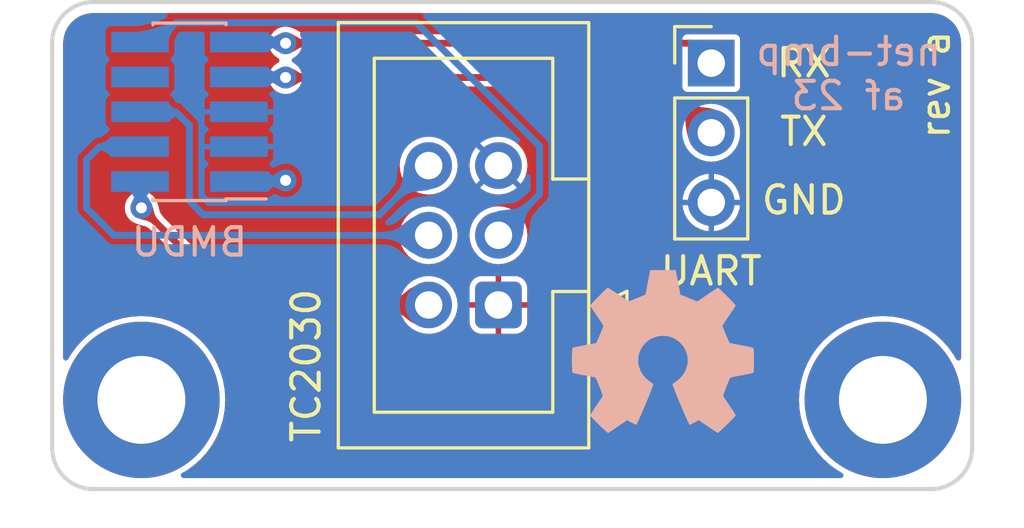
<source format=kicad_pcb>
(kicad_pcb (version 20221018) (generator pcbnew)
  (title_block (title "net-bmp TC2030 adapter") (date "2023-11-01") (rev "a") (company "elagil"))
  (layers (0 "F.Cu" signal) (31 "B.Cu" signal) (34 "B.Paste" user) (35 "F.Paste" user) (36 "B.SilkS" user "B.Silkscreen") (37 "F.SilkS" user "F.Silkscreen") (38 "B.Mask" user) (39 "F.Mask" user) (44 "Edge.Cuts" user))
  (net 0 "")
  (net 1 "/xRST")
  (net 2 "GND")
  (net 3 "/xTCK")
  (net 4 "/xTDO")
  (net 5 "VREF")
  (net 6 "/xTMS")
  (net 7 "/xTXD")
  (net 8 "/xTDI")
  (net 9 "/xRXD")
  (footprint "MountingHole:MountingHole_3.2mm_M3_ISO7380_Pad" (layer "F.Cu") (at 128.75 116)
    (fp_text reference "H2" hide)
    (fp_text value "MountingHole")
    (pad "1" thru_hole circle (at 0 0) (size 5.7 5.7) (drill 3.2) (layers "*.Cu" "*.Mask"))
  )
  (footprint "MountingHole:MountingHole_3.2mm_M3_ISO7380_Pad" (layer "F.Cu") (at 101.75 116)
    (fp_text reference "H1" hide)
    (fp_text value "MountingHole")
    (pad "1" thru_hole circle (at 0 0) (size 5.7 5.7) (drill 3.2) (layers "*.Cu" "*.Mask"))
  )
  (footprint "Connector_IDC:IDC-Header_2x03_P2.54mm_Vertical" (layer "F.Cu") (at 114.75 112.54 180)
    (fp_text reference "J1" hide)
    (fp_text value "TC2030" (at 7 -2.21 90) (layer "F.SilkS" knockout))
    (fp_line (start -4.68 -0.5) (end -4.68 0.5) (stroke (width 0.12)) (layer "F.SilkS"))
    (fp_line (start -4.68 0.5) (end -3.68 0) (stroke (width 0.12)) (layer "F.SilkS"))
    (fp_line (start -3.68 0) (end -4.68 -0.5) (stroke (width 0.12)) (layer "F.SilkS"))
    (fp_line (start -3.29 -5.21) (end 5.83 -5.21) (stroke (width 0.12)) (layer "F.SilkS"))
    (fp_line (start -3.29 0.49) (end -1.98 0.49) (stroke (width 0.12)) (layer "F.SilkS"))
    (fp_line (start -3.29 10.29) (end -3.29 -5.21) (stroke (width 0.12)) (layer "F.SilkS"))
    (fp_line (start -1.98 -3.91) (end 4.52 -3.91) (stroke (width 0.12)) (layer "F.SilkS"))
    (fp_line (start -1.98 0.49) (end -1.98 -3.91) (stroke (width 0.12)) (layer "F.SilkS"))
    (fp_line (start -1.98 4.59) (end -3.29 4.59) (stroke (width 0.12)) (layer "F.SilkS"))
    (fp_line (start -1.98 4.59) (end -1.98 4.59) (stroke (width 0.12)) (layer "F.SilkS"))
    (fp_line (start -1.98 8.99) (end -1.98 4.59) (stroke (width 0.12)) (layer "F.SilkS"))
    (fp_line (start 4.52 -3.91) (end 4.52 8.99) (stroke (width 0.12)) (layer "F.SilkS"))
    (fp_line (start 4.52 8.99) (end -1.98 8.99) (stroke (width 0.12)) (layer "F.SilkS"))
    (fp_line (start 5.83 -5.21) (end 5.83 10.29) (stroke (width 0.12)) (layer "F.SilkS"))
    (fp_line (start 5.83 10.29) (end -3.29 10.29) (stroke (width 0.12)) (layer "F.SilkS"))
    (pad "1" thru_hole roundrect (at 0 0 180) (size 1.7 1.7) (drill 1) (layers "*.Cu" "*.Mask") (roundrect_rratio 0.1470588235) (net 5 "VREF"))
    (pad "2" thru_hole circle (at 2.54 0 180) (size 1.7 1.7) (drill 1) (layers "*.Cu" "*.Mask") (net 6 "/xTMS"))
    (pad "3" thru_hole circle (at 0 2.54 180) (size 1.7 1.7) (drill 1) (layers "*.Cu" "*.Mask") (net 1 "/xRST"))
    (pad "4" thru_hole circle (at 2.54 2.54 180) (size 1.7 1.7) (drill 1) (layers "*.Cu" "*.Mask") (net 3 "/xTCK"))
    (pad "5" thru_hole circle (at 0 5.08 180) (size 1.7 1.7) (drill 1) (layers "*.Cu" "*.Mask") (net 2 "GND"))
    (pad "6" thru_hole circle (at 2.54 5.08 180) (size 1.7 1.7) (drill 1) (layers "*.Cu" "*.Mask") (net 4 "/xTDO"))
  )
  (footprint "Connector_PinHeader_2.54mm:PinHeader_1x03_P2.54mm_Vertical" (layer "F.Cu") (at 122.5 103.725)
    (fp_text reference "J2" hide)
    (fp_text value "UART" (at 0 7.58 180) (layer "F.SilkS" knockout))
    (fp_line (start -1.33 -1.33) (end 0 -1.33) (stroke (width 0.12)) (layer "F.SilkS"))
    (fp_line (start -1.33 0) (end -1.33 -1.33) (stroke (width 0.12)) (layer "F.SilkS"))
    (fp_line (start -1.33 1.27) (end -1.33 6.41) (stroke (width 0.12)) (layer "F.SilkS"))
    (fp_line (start -1.33 1.27) (end 1.33 1.27) (stroke (width 0.12)) (layer "F.SilkS"))
    (fp_line (start -1.33 6.41) (end 1.33 6.41) (stroke (width 0.12)) (layer "F.SilkS"))
    (fp_line (start 1.33 1.27) (end 1.33 6.41) (stroke (width 0.12)) (layer "F.SilkS"))
    (pad "1" thru_hole rect (at 0 0) (size 1.7 1.7) (drill 1) (layers "*.Cu" "*.Mask") (net 9 "/xRXD"))
    (pad "2" thru_hole oval (at 0 2.54) (size 1.7 1.7) (drill 1) (layers "*.Cu" "*.Mask") (net 7 "/xTXD"))
    (pad "3" thru_hole oval (at 0 5.08) (size 1.7 1.7) (drill 1) (layers "*.Cu" "*.Mask") (net 2 "GND"))
  )
  (footprint "Symbol:OSHW-Symbol_6.7x6mm_SilkScreen" (layer "B.Cu") (at 120.75 114.25 180)
    (fp_text reference "oshw1" hide)
    (fp_text value "Logo_Open_Hardware_Large" hide)
    (fp_poly (pts (xy 0.555814 2.531069) (xy 0.639635 2.086445) (xy 0.94892 1.958947) (xy 1.258206 1.831449) (xy 1.629246 2.083754) (xy 1.733157 2.154004) (xy 1.827087 2.216728) (xy 1.906652 2.269062) (xy 1.96747 2.308143) (xy 2.005157 2.331107) (xy 2.015421 2.336058) (xy 2.03391 2.323324) (xy 2.07342 2.288118) (xy 2.129522 2.234938) (xy 2.197787 2.168282) (xy 2.273786 2.092646) (xy 2.353092 2.012528) (xy 2.431275 1.932426) (xy 2.503907 1.856836) (xy 2.566559 1.790255) (xy 2.614803 1.737182) (xy 2.64421 1.702113) (xy 2.651241 1.690377) (xy 2.641123 1.66874) (xy 2.612759 1.621338) (xy 2.569129 1.552807) (xy 2.513218 1.467785) (xy 2.448006 1.370907) (xy 2.410219 1.31565) (xy 2.341343 1.214752) (xy 2.28014 1.123701) (xy 2.229578 1.04703) (xy 2.192628 0.989272) (xy 2.172258 0.954957) (xy 2.169197 0.947746) (xy 2.176136 0.927252) (xy 2.195051 0.879487) (xy 2.223087 0.811168) (xy 2.257391 0.729011) (xy 2.295109 0.63973) (xy 2.333387 0.550042) (xy 2.36937 0.466662) (xy 2.400206 0.396306) (xy 2.423039 0.34569) (xy 2.435017 0.321529) (xy 2.435724 0.320578) (xy 2.454531 0.315964) (xy 2.504618 0.305672) (xy 2.580793 0.290713) (xy 2.677865 0.272099) (xy 2.790643 0.250841) (xy 2.856442 0.238582) (xy 2.97695 0.215638) (xy 3.085797 0.193805) (xy 3.177476 0.174278) (xy 3.246481 0.158252) (xy 3.287304 0.146921) (xy 3.295511 0.143326) (xy 3.303548 0.118994) (xy 3.310033 0.064041) (xy 3.31497 -0.015108) (xy 3.318364 -0.112026) (xy 3.320218 -0.220287) (xy 3.320538 -0.333465) (xy 3.319327 -0.445135) (xy 3.31659 -0.548868) (xy 3.312331 -0.638241) (xy 3.306555 -0.706826) (xy 3.299267 -0.748197) (xy 3.294895 -0.75681) (xy 3.268764 -0.767133) (xy 3.213393 -0.781892) (xy 3.136107 -0.799352) (xy 3.04423 -0.81778) (xy 3.012158 -0.823741) (xy 2.857524 -0.852066) (xy 2.735375 -0.874876) (xy 2.641673 -0.89308) (xy 2.572384 -0.907583) (xy 2.523471 -0.919292) (xy 2.490897 -0.929115) (xy 2.470628 -0.937956) (xy 2.458626 -0.946724) (xy 2.456947 -0.948457) (xy 2.440184 -0.976371) (xy 2.414614 -1.030695) (xy 2.382788 -1.104777) (xy 2.34726 -1.191965) (xy 2.310583 -1.285608) (xy 2.275311 -1.379052) (xy 2.243996 -1.465647) (xy 2.219193 -1.53874) (xy 2.203454 -1.591678) (xy 2.199332 -1.617811) (xy 2.199676 -1.618726) (xy 2.213641 -1.640086) (xy 2.245322 -1.687084) (xy 2.291391 -1.754827) (xy 2.348518 -1.838423) (xy 2.413373 -1.932982) (xy 2.431843 -1.959854) (xy 2.497699 -2.057275) (xy 2.55565 -2.146163) (xy 2.602538 -2.221412) (xy 2.635207 -2.27792) (xy 2.6505 -2.310581) (xy 2.651241 -2.314593) (xy 2.638392 -2.335684) (xy 2.602888 -2.377464) (xy 2.549293 -2.435445) (xy 2.482171 -2.505135) (xy 2.406087 -2.582045) (xy 2.325604 -2.661683) (xy 2.245287 -2.739561) (xy 2.169699 -2.811186) (xy 2.103405 -2.87207) (xy 2.050969 -2.917721) (xy 2.016955 -2.94365) (xy 2.007545 -2.947883) (xy 1.985643 -2.937912) (xy 1.9408 -2.91102) (xy 1.880321 -2.871736) (xy 1.833789 -2.840117) (xy 1.749475 -2.782098) (xy 1.649626 -2.713784) (xy 1.549473 -2.645579) (xy 1.495627 -2.609075) (xy 1.313371 -2.4858) (xy 1.160381 -2.56852) (xy 1.090682 -2.604759) (xy 1.031414 -2.632926) (xy 0.991311 -2.648991) (xy 0.981103 -2.651226) (xy 0.968829 -2.634722) (xy 0.944613 -2.588082) (xy 0.910263 -2.515609) (xy 0.867588 -2.421606) (xy 0.818394 -2.310374) (xy 0.76449 -2.186215) (xy 0.707684 -2.053432) (xy 0.649782 -1.916327) (xy 0.592593 -1.779202) (xy 0.537924 -1.646358) (xy 0.487584 -1.522098) (xy 0.44338 -1.410725) (xy 0.407119 -1.316539) (xy 0.380609 -1.243844) (xy 0.365658 -1.196941) (xy 0.363254 -1.180833) (xy 0.382311 -1.160286) (xy 0.424036 -1.126933) (xy 0.479706 -1.087702) (xy 0.484378 -1.084599) (xy 0.628264 -0.969423) (xy 0.744283 -0.835053) (xy 0.83143 -0.685784) (xy 0.888699 -0.525913) (xy 0.915086 -0.359737) (xy 0.909585 -0.191552) (xy 0.87119 -0.025655) (xy 0.798895 0.133658) (xy 0.777626 0.168513) (xy 0.666996 0.309263) (xy 0.536302 0.422286) (xy 0.390064 0.506997) (xy 0.232808 0.562806) (xy 0.069057 0.589126) (xy -0.096667 0.58537) (xy -0.259838 0.55095) (xy -0.415935 0.485277) (xy -0.560433 0.387765) (xy -0.605131 0.348187) (xy -0.718888 0.224297) (xy -0.801782 0.093876) (xy -0.858644 -0.052315) (xy -0.890313 -0.197088) (xy -0.898131 -0.35986) (xy -0.872062 -0.52344) (xy -0.814755 -0.682298) (xy -0.728856 -0.830906) (xy -0.617014 -0.963735) (xy -0.481877 -1.075256) (xy -0.464117 -1.087011) (xy -0.40785 -1.125508) (xy -0.365077 -1.158863) (xy -0.344628 -1.18016) (xy -0.344331 -1.180833) (xy -0.348721 -1.203871) (xy -0.366124 -1.256157) (xy -0.394732 -1.33339) (xy -0.432735 -1.431268) (xy -0.478326 -1.545491) (xy -0.529697 -1.671758) (xy -0.585038 -1.805767) (xy -0.642542 -1.943218) (xy -0.700399 -2.079808) (xy -0.756802 -2.211237) (xy -0.809942 -2.333205) (xy -0.85801 -2.441409) (xy -0.899199 -2.531549) (xy -0.931699 -2.599323) (xy -0.953703 -2.64043) (xy -0.962564 -2.651226) (xy -0.98964 -2.642819) (xy -1.040303 -2.620272) (xy -1.105817 -2.587613) (xy -1.141841 -2.56852) (xy -1.294832 -2.4858) (xy -1.477088 -2.609075) (xy -1.570125 -2.672228) (xy -1.671985 -2.741727) (xy -1.767438 -2.807165) (xy -1.81525 -2.840117) (xy -1.882495 -2.885273) (xy -1.939436 -2.921057) (xy -1.978646 -2.942938) (xy -1.991381 -2.947563) (xy -2.009917 -2.935085) (xy -2.050941 -2.900252) (xy -2.110475 -2.846678) (xy -2.184542 -2.777983) (xy -2.269165 -2.697781) (xy -2.322685 -2.646286) (xy -2.416319 -2.554286) (xy -2.497241 -2.471999) (xy -2.562177 -2.402945) (xy -2.607858 -2.350644) (xy -2.631011 -2.318616) (xy -2.633232 -2.312116) (xy -2.622924 -2.287394) (xy -2.594439 -2.237405) (xy -2.550937 -2.167212) (xy -2.495577 -2.081875) (xy -2.43152 -1.986456) (xy -2.413303 -1.959854) (xy -2.346927 -1.863167) (xy -2.287378 -1.776117) (xy -2.237984 -1.703595) (xy -2.202075 -1.650493) (xy -2.182981 -1.621703) (xy -2.181136 -1.618726) (xy -2.183895 -1.595782) (xy -2.198538 -1.545336) (xy -2.222513 -1.474041) (xy -2.253266 -1.388547) (xy -2.288244 -1.295507) (xy -2.324893 -1.201574) (xy -2.360661 -1.113399) (xy -2.392994 -1.037634) (xy -2.419338 -0.980931) (xy -2.437142 -0.949943) (xy -2.438407 -0.948457) (xy -2.449294 -0.939601) (xy -2.467682 -0.930843) (xy -2.497606 -0.921277) (xy -2.543103 -0.909996) (xy -2.608209 -0.896093) (xy -2.696961 -0.878663) (xy -2.813393 -0.856798) (xy -2.961542 -0.829591) (xy -2.993618 -0.823741) (xy -3.088686 -0.805374) (xy -3.171565 -0.787405) (xy -3.23493 -0.771569) (xy -3.271458 -0.7596) (xy -3.276356 -0.75681) (xy -3.284427 -0.732072) (xy -3.290987 -0.67679) (xy -3.296033 -0.597389) (xy -3.299559 -0.500296) (xy -3.301561 -0.391938) (xy -3.302036 -0.27874) (xy -3.300977 -0.167128) (xy -3.298382 -0.063529) (xy -3.294246 0.025632) (xy -3.288563 0.093928) (xy -3.281331 0.134934) (xy -3.276971 0.143326) (xy -3.252698 0.151792) (xy -3.197426 0.165565) (xy -3.116662 0.18345) (xy -3.015912 0.204252) (xy -2.900683 0.226777) (xy -2.837902 0.238582) (xy -2.718787 0.260849) (xy -2.612565 0.281021) (xy -2.524427 0.298085) (xy -2.459566 0.311031) (xy -2.423174 0.318845) (xy -2.417184 0.320578) (xy -2.407061 0.34011) (xy -2.385662 0.387157) (xy -2.355839 0.454997) (xy -2.320445 0.536909) (xy -2.282332 0.626172) (xy -2.244353 0.716065) (xy -2.20936 0.799865) (xy -2.180206 0.870853) (xy -2.159743 0.922306) (xy -2.150823 0.947503) (xy -2.150657 0.948604) (xy -2.160769 0.968481) (xy -2.189117 1.014223) (xy -2.232723 1.081283) (xy -2.288606 1.165116) (xy -2.353787 1.261174) (xy -2.391679 1.31635) (xy -2.460725 1.417519) (xy -2.52205 1.50937) (xy -2.572663 1.587256) (xy -2.609571 1.646531) (xy -2.629782 1.682549) (xy -2.632701 1.690623) (xy -2.620153 1.709416) (xy -2.585463 1.749543) (xy -2.533063 1.806507) (xy -2.467384 1.875815) (xy -2.392856 1.952969) (xy -2.313913 2.033475) (xy -2.234983 2.112837) (xy -2.1605 2.18656) (xy -2.094894 2.250148) (xy -2.042596 2.299106) (xy -2.008039 2.328939) (xy -1.996478 2.336058) (xy -1.977654 2.326047) (xy -1.932631 2.297922) (xy -1.865787 2.254546) (xy -1.781499 2.198782) (xy -1.684144 2.133494) (xy -1.610707 2.083754) (xy -1.239667 1.831449) (xy -0.621095 2.086445) (xy -0.537275 2.531069) (xy -0.453454 2.975693) (xy 0.471994 2.975693) (xy 0.555814 2.531069)) (stroke (width 0.01)) (fill solid) (layer "B.SilkS"))
  )
  (footprint "Connector_PinSocket_1.27mm:PinSocket_2x05_P1.27mm_Vertical_SMD" (layer "B.Cu") (at 103.5 105.5)
    (fp_text reference "J3" hide)
    (fp_text value "BMDU" (at 0 4.75) (layer "B.SilkS" knockout) (effects (justify mirror)))
    (fp_line (start -1.33 -3.235) (end 1.33 -3.235) (stroke (width 0.12)) (layer "B.SilkS"))
    (fp_line (start -1.33 -3.175) (end -1.33 -3.235) (stroke (width 0.12)) (layer "B.SilkS"))
    (fp_line (start -1.33 3.235) (end -1.33 3.175) (stroke (width 0.12)) (layer "B.SilkS"))
    (fp_line (start -1.33 3.235) (end 1.33 3.235) (stroke (width 0.12)) (layer "B.SilkS"))
    (fp_line (start 1.33 -3.175) (end 1.33 -3.235) (stroke (width 0.12)) (layer "B.SilkS"))
    (fp_line (start 1.33 3.175) (end 2.79 3.175) (stroke (width 0.12)) (layer "B.SilkS"))
    (fp_line (start 1.33 3.235) (end 1.33 3.175) (stroke (width 0.12)) (layer "B.SilkS"))
    (pad "1" smd rect (at 1.8 2.54) (size 2.1 0.75) (layers "B.Cu" "B.Paste" "B.Mask") (net 5 "VREF"))
    (pad "2" smd rect (at -1.8 2.54) (size 2.1 0.75) (layers "B.Cu" "B.Paste" "B.Mask") (net 6 "/xTMS"))
    (pad "3" smd rect (at 1.8 1.27) (size 2.1 0.75) (layers "B.Cu" "B.Paste" "B.Mask") (net 2 "GND"))
    (pad "4" smd rect (at -1.8 1.27) (size 2.1 0.75) (layers "B.Cu" "B.Paste" "B.Mask") (net 3 "/xTCK"))
    (pad "5" smd rect (at 1.8 0) (size 2.1 0.75) (layers "B.Cu" "B.Paste" "B.Mask") (net 2 "GND"))
    (pad "6" smd rect (at -1.8 0) (size 2.1 0.75) (layers "B.Cu" "B.Paste" "B.Mask") (net 4 "/xTDO"))
    (pad "7" smd rect (at 1.8 -1.27) (size 2.1 0.75) (layers "B.Cu" "B.Paste" "B.Mask") (net 7 "/xTXD"))
    (pad "8" smd rect (at -1.8 -1.27) (size 2.1 0.75) (layers "B.Cu" "B.Paste" "B.Mask") (net 8 "/xTDI"))
    (pad "9" smd rect (at 1.8 -2.54) (size 2.1 0.75) (layers "B.Cu" "B.Paste" "B.Mask") (net 9 "/xRXD"))
    (pad "10" smd rect (at -1.8 -2.54) (size 2.1 0.75) (layers "B.Cu" "B.Paste" "B.Mask") (net 1 "/xRST"))
  )
  (gr_line (start 98.5 117.75) (end 98.499999 102.999999) (stroke (width 0.15)) (layer "Edge.Cuts"))
  (gr_line (start 99.999999 101.499999) (end 130.5 101.5) (stroke (width 0.15)) (layer "Edge.Cuts"))
  (gr_arc (start 130.5 101.5) (mid 131.56066 101.93934) (end 132 103) (stroke (width 0.15)) (layer "Edge.Cuts"))
  (gr_arc (start 100 119.25) (mid 98.93934 118.81066) (end 98.5 117.75) (stroke (width 0.15)) (layer "Edge.Cuts"))
  (gr_arc (start 98.499999 102.999999) (mid 98.939339 101.939339) (end 99.999999 101.499999) (stroke (width 0.15)) (layer "Edge.Cuts"))
  (gr_arc (start 132 117.75) (mid 131.56066 118.81066) (end 130.5 119.25) (stroke (width 0.15)) (layer "Edge.Cuts"))
  (gr_line (start 100 119.25) (end 130.5 119.25) (stroke (width 0.15)) (layer "Edge.Cuts"))
  (gr_line (start 132 103) (end 132 117.75) (stroke (width 0.15)) (layer "Edge.Cuts"))
  (gr_text "net-bmp\naf 23" (at 127.5 105.5) (layer "B.SilkS") (effects (font (size 1 1)) (justify bottom mirror)))
  (gr_text "rev a" (at 131.25 106.56066 90) (layer "F.SilkS") (effects (font (size 1 1)) (justify left bottom)))
  (gr_text "GND" (at 124.25 109.305) (layer "F.SilkS") (effects (font (size 1 1)) (justify left bottom)))
  (gr_text "TX" (at 124.916666 106.805) (layer "F.SilkS") (effects (font (size 1 1)) (justify left bottom)))
  (gr_text "RX" (at 124.797619 104.305) (layer "F.SilkS") (effects (font (size 1 1)) (justify left bottom)))
  (segment (start 116.25 106.75) (end 116.25 108.5) (width 0.25) (layer "B.Cu") (net 1))
  (segment (start 103 102.25) (end 111.75 102.25) (width 0.25) (layer "B.Cu") (net 1))
  (segment (start 116.25 108.5) (end 114.75 110) (width 0.25) (layer "B.Cu") (net 1))
  (segment (start 101.7 102.96) (end 102.29 102.96) (width 0.25) (layer "B.Cu") (net 1))
  (segment (start 111.75 102.25) (end 116.25 106.75) (width 0.25) (layer "B.Cu") (net 1))
  (segment (start 102.29 102.96) (end 103 102.25) (width 0.25) (layer "B.Cu") (net 1))
  (segment (start 99.75 109) (end 99.75 107.25) (width 0.25) (layer "B.Cu") (net 3))
  (segment (start 112.21 110) (end 100.75 110) (width 0.25) (layer "B.Cu") (net 3))
  (segment (start 100.23 106.77) (end 101.7 106.77) (width 0.25) (layer "B.Cu") (net 3))
  (segment (start 100.75 110) (end 99.75 109) (width 0.25) (layer "B.Cu") (net 3))
  (segment (start 99.75 107.25) (end 100.23 106.77) (width 0.25) (layer "B.Cu") (net 3))
  (segment (start 112.21 107.46) (end 110.42 109.25) (width 0.25) (layer "B.Cu") (net 4))
  (segment (start 103 105.5) (end 101.7 105.5) (width 0.25) (layer "B.Cu") (net 4))
  (segment (start 103.5 106) (end 103 105.5) (width 0.25) (layer "B.Cu") (net 4))
  (segment (start 110.42 109.25) (end 104 109.25) (width 0.25) (layer "B.Cu") (net 4))
  (segment (start 104 109.25) (end 103.5 108.75) (width 0.25) (layer "B.Cu") (net 4))
  (segment (start 103.5 108.75) (end 103.5 106) (width 0.25) (layer "B.Cu") (net 4))
  (via (at 107 108) (size 0.8) (drill 0.4) (layers "F.Cu" "B.Cu") (net 5))
  (segment (start 106.96 108.04) (end 107 108) (width 0.25) (layer "B.Cu") (net 5))
  (segment (start 105.3 108.04) (end 106.96 108.04) (width 0.25) (layer "B.Cu") (net 5))
  (segment (start 101.75 109) (end 105.29 112.54) (width 0.25) (layer "F.Cu") (net 6))
  (segment (start 105.29 112.54) (end 112.21 112.54) (width 0.25) (layer "F.Cu") (net 6))
  (via (at 101.75 109) (size 0.8) (drill 0.4) (layers "F.Cu" "B.Cu") (net 6))
  (segment (start 101.7 108.95) (end 101.75 109) (width 0.25) (layer "B.Cu") (net 6))
  (segment (start 101.7 108.04) (end 101.7 108.95) (width 0.25) (layer "B.Cu") (net 6))
  (segment (start 120.485 104.25) (end 122.5 106.265) (width 0.25) (layer "F.Cu") (net 7))
  (segment (start 107 104.25) (end 120.485 104.25) (width 0.25) (layer "F.Cu") (net 7))
  (via (at 107 104.25) (size 0.8) (drill 0.4) (layers "F.Cu" "B.Cu") (net 7))
  (segment (start 106.98 104.23) (end 107 104.25) (width 0.25) (layer "B.Cu") (net 7))
  (segment (start 105.3 104.23) (end 106.98 104.23) (width 0.25) (layer "B.Cu") (net 7))
  (segment (start 107 103) (end 121.775 103) (width 0.25) (layer "F.Cu") (net 9))
  (segment (start 121.775 103) (end 122.5 103.725) (width 0.25) (layer "F.Cu") (net 9))
  (via (at 107 103) (size 0.8) (drill 0.4) (layers "F.Cu" "B.Cu") (net 9))
  (segment (start 105.3 102.96) (end 106.96 102.96) (width 0.25) (layer "B.Cu") (net 9))
  (segment (start 106.96 102.96) (end 107 103) (width 0.25) (layer "B.Cu") (net 9))
  (zone (net 5) (net_name "VREF") (layer "F.Cu") (priority 2) (connect_pads (clearance 0.2)) (min_thickness 0.2) (fill yes (thermal_gap 0.2) (thermal_bridge_width 0.2))
    (polygon (pts (xy 98.5 101.5) (xy 132 101.5) (xy 132 119.25) (xy 98.5 119.25)))
  )
  (zone (net 2) (net_name "GND") (layer "B.Cu") (priority 2) (connect_pads (clearance 0.2)) (min_thickness 0.2) (fill yes (thermal_gap 0.2) (thermal_bridge_width 0.2))
    (polygon (pts (xy 98.5 101.5) (xy 132 101.5) (xy 132 119.25) (xy 98.5 119.25)))
  )
)
</source>
